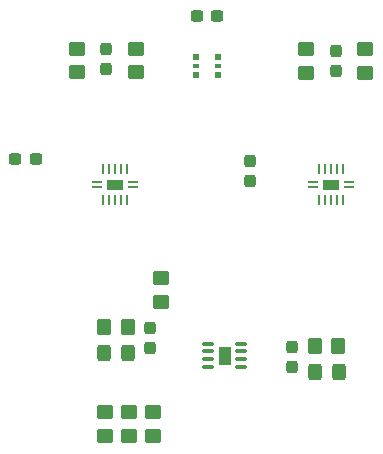
<source format=gbr>
%TF.GenerationSoftware,KiCad,Pcbnew,9.0.4*%
%TF.CreationDate,2026-01-25T08:23:28+01:00*%
%TF.ProjectId,VQFN_Training_Lab,5651464e-5f54-4726-9169-6e696e675f4c,1.0*%
%TF.SameCoordinates,PX7270e00PY7270e00*%
%TF.FileFunction,Paste,Top*%
%TF.FilePolarity,Positive*%
%FSLAX46Y46*%
G04 Gerber Fmt 4.6, Leading zero omitted, Abs format (unit mm)*
G04 Created by KiCad (PCBNEW 9.0.4) date 2026-01-25 08:23:28*
%MOMM*%
%LPD*%
G01*
G04 APERTURE LIST*
G04 Aperture macros list*
%AMRoundRect*
0 Rectangle with rounded corners*
0 $1 Rounding radius*
0 $2 $3 $4 $5 $6 $7 $8 $9 X,Y pos of 4 corners*
0 Add a 4 corners polygon primitive as box body*
4,1,4,$2,$3,$4,$5,$6,$7,$8,$9,$2,$3,0*
0 Add four circle primitives for the rounded corners*
1,1,$1+$1,$2,$3*
1,1,$1+$1,$4,$5*
1,1,$1+$1,$6,$7*
1,1,$1+$1,$8,$9*
0 Add four rect primitives between the rounded corners*
20,1,$1+$1,$2,$3,$4,$5,0*
20,1,$1+$1,$4,$5,$6,$7,0*
20,1,$1+$1,$6,$7,$8,$9,0*
20,1,$1+$1,$8,$9,$2,$3,0*%
G04 Aperture macros list end*
%ADD10C,0.010000*%
%ADD11RoundRect,0.237500X0.237500X-0.300000X0.237500X0.300000X-0.237500X0.300000X-0.237500X-0.300000X0*%
%ADD12RoundRect,0.237500X-0.300000X-0.237500X0.300000X-0.237500X0.300000X0.237500X-0.300000X0.237500X0*%
%ADD13RoundRect,0.033750X-0.426250X-0.101250X0.426250X-0.101250X0.426250X0.101250X-0.426250X0.101250X0*%
%ADD14RoundRect,0.250000X0.450000X-0.350000X0.450000X0.350000X-0.450000X0.350000X-0.450000X-0.350000X0*%
%ADD15RoundRect,0.250000X0.350000X0.450000X-0.350000X0.450000X-0.350000X-0.450000X0.350000X-0.450000X0*%
%ADD16R,0.600000X0.600000*%
%ADD17R,0.600000X0.400000*%
%ADD18RoundRect,0.237500X0.300000X0.237500X-0.300000X0.237500X-0.300000X-0.237500X0.300000X-0.237500X0*%
%ADD19R,0.900000X0.240000*%
%ADD20R,0.240000X0.900000*%
%ADD21R,1.400000X0.900000*%
%ADD22RoundRect,0.237500X-0.237500X0.300000X-0.237500X-0.300000X0.237500X-0.300000X0.237500X0.300000X0*%
%ADD23RoundRect,0.250000X0.325000X0.450000X-0.325000X0.450000X-0.325000X-0.450000X0.325000X-0.450000X0*%
%ADD24RoundRect,0.250000X-0.450000X0.350000X-0.450000X-0.350000X0.450000X-0.350000X0.450000X0.350000X0*%
G04 APERTURE END LIST*
D10*
%TO.C,U1*%
X23122500Y9370000D02*
X22182500Y9370000D01*
X22182500Y10790000D01*
X23122500Y10790000D01*
X23122500Y9370000D01*
G36*
X23122500Y9370000D02*
G01*
X22182500Y9370000D01*
X22182500Y10790000D01*
X23122500Y10790000D01*
X23122500Y9370000D01*
G37*
%TD*%
D11*
%TO.C,C6*%
X24800000Y24830000D03*
X24800000Y26555000D03*
%TD*%
D12*
%TO.C,C4*%
X4975000Y26700000D03*
X6700000Y26700000D03*
%TD*%
D11*
%TO.C,C1*%
X12650000Y34307500D03*
X12650000Y36032500D03*
%TD*%
%TO.C,C2*%
X32100000Y34137500D03*
X32100000Y35862500D03*
%TD*%
D13*
%TO.C,U1*%
X21262500Y11055000D03*
X21262500Y10405000D03*
X21262500Y9755000D03*
X21262500Y9105000D03*
X24042500Y9105000D03*
X24042500Y9755000D03*
X24042500Y10405000D03*
X24042500Y11055000D03*
%TD*%
D14*
%TO.C,R7*%
X14590000Y3242500D03*
X14590000Y5242500D03*
%TD*%
D15*
%TO.C,R5*%
X32300000Y10892500D03*
X30300000Y10892500D03*
%TD*%
D16*
%TO.C,IC1*%
X20300000Y35300000D03*
D17*
X20300000Y34550000D03*
D16*
X20300000Y33800000D03*
X22100000Y33800000D03*
D17*
X22100000Y34550000D03*
D16*
X22100000Y35300000D03*
%TD*%
D18*
%TO.C,C3*%
X22050000Y38800000D03*
X20325000Y38800000D03*
%TD*%
D14*
%TO.C,R8*%
X16590000Y3242500D03*
X16590000Y5242500D03*
%TD*%
D19*
%TO.C,IC3*%
X30150000Y24292500D03*
D20*
X30700000Y23242500D03*
X31200000Y23242500D03*
X31700000Y23242500D03*
X32200000Y23242500D03*
X32700000Y23242500D03*
D19*
X33250000Y24292500D03*
X33250000Y24792500D03*
D20*
X32700000Y25842500D03*
X32200000Y25842500D03*
X31700000Y25842500D03*
X31200000Y25842500D03*
X30700000Y25842500D03*
D19*
X30150000Y24792500D03*
D21*
X31700000Y24542500D03*
%TD*%
D22*
%TO.C,C7*%
X16400000Y12417500D03*
X16400000Y10692500D03*
%TD*%
D23*
%TO.C,D1*%
X32350000Y8692500D03*
X30300000Y8692500D03*
%TD*%
D24*
%TO.C,R3*%
X34600000Y36007500D03*
X34600000Y34007500D03*
%TD*%
D15*
%TO.C,R9*%
X14490000Y12492500D03*
X12490000Y12492500D03*
%TD*%
D14*
%TO.C,R1*%
X15150000Y34057500D03*
X15150000Y36057500D03*
%TD*%
D23*
%TO.C,D2*%
X14490000Y10292500D03*
X12440000Y10292500D03*
%TD*%
D24*
%TO.C,R4*%
X29600000Y36000000D03*
X29600000Y34000000D03*
%TD*%
D14*
%TO.C,R10*%
X17300000Y14600000D03*
X17300000Y16600000D03*
%TD*%
D19*
%TO.C,IC2*%
X11850000Y24292500D03*
D20*
X12400000Y23242500D03*
X12900000Y23242500D03*
X13400000Y23242500D03*
X13900000Y23242500D03*
X14400000Y23242500D03*
D19*
X14950000Y24292500D03*
X14950000Y24792500D03*
D20*
X14400000Y25842500D03*
X13900000Y25842500D03*
X13400000Y25842500D03*
X12900000Y25842500D03*
X12400000Y25842500D03*
D19*
X11850000Y24792500D03*
D21*
X13400000Y24542500D03*
%TD*%
D24*
%TO.C,R6*%
X12590000Y5242500D03*
X12590000Y3242500D03*
%TD*%
%TO.C,R2*%
X10150000Y36057500D03*
X10150000Y34057500D03*
%TD*%
D22*
%TO.C,C5*%
X28410000Y10817500D03*
X28410000Y9092500D03*
%TD*%
M02*

</source>
